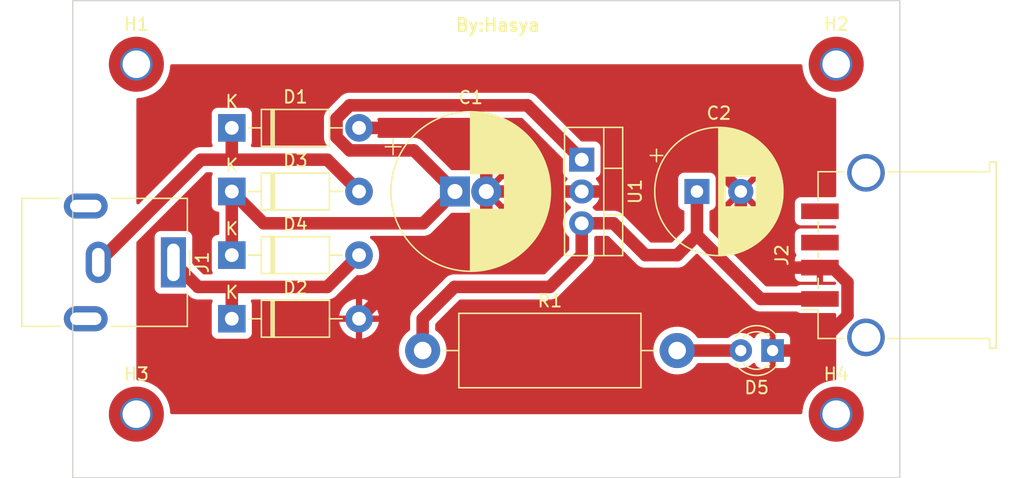
<source format=kicad_pcb>
(kicad_pcb (version 20221018) (generator pcbnew)
  (layers (0 "F.Cu" signal) (31 "B.Cu" signal) (34 "B.Paste" user) (35 "F.Paste" user) (36 "B.SilkS" user "B.Silkscreen") (37 "F.SilkS" user "F.Silkscreen") (38 "B.Mask" user) (39 "F.Mask" user) (44 "Edge.Cuts" user))
  (net 0 "")
  (net 1 "Net-(D3-K)")
  (net 2 "GND")
  (net 3 "Net-(J2-Pin_1)")
  (net 4 "Net-(D1-K)")
  (net 5 "Net-(D2-K)")
  (net 6 "Net-(D5-A)")
  (footprint "Capacitor_THT:CP_Radial_D12.5mm_P2.50mm" (layer "F.Cu") (at 134.66 71.12)
    (fp_text reference "C1" (at 1.25 -7.5) (layer "F.SilkS"))
    (fp_text value "470uF")
    (pad "1" thru_hole rect (at 0 0) (size 2.4 2.4) (drill 1.2) (layers "*.Cu" "*.Mask") (net 1 "Net-(D3-K)"))
    (pad "2" thru_hole circle (at 2.5 0) (size 2.4 2.4) (drill 1.2) (layers "*.Cu" "*.Mask") (net 2 "GND"))
  )
  (footprint "Capacitor_THT:CP_Radial_D10.0mm_P3.50mm" (layer "F.Cu") (at 153.98 71.12)
    (fp_text reference "C2" (at 1.75 -6.25) (layer "F.SilkS"))
    (fp_text value "100uF")
    (pad "1" thru_hole rect (at 0 0) (size 2 2) (drill 1) (layers "*.Cu" "*.Mask") (net 3 "Net-(J2-Pin_1)"))
    (pad "2" thru_hole circle (at 3.5 0) (size 2 2) (drill 1) (layers "*.Cu" "*.Mask") (net 2 "GND"))
  )
  (footprint "MountingHole:MountingHole_2.2mm_M2_Pad_TopOnly" (layer "F.Cu") (at 109.22 88.9)
    (fp_text reference "H3" (at 0 -3.2) (layer "F.SilkS"))
    (fp_text value "MountingHole")
    (pad "1" thru_hole circle (at 0 0) (size 2.6 2.6) (drill 2.2) (layers "*.Cu" "*.Mask"))
    (pad "1" connect circle (at 0 0) (size 4.4 4.4) (layers "F.Cu" "F.Mask"))
  )
  (footprint "Connector_USB:USB_A_TE_292303-7_Horizontal" (layer "F.Cu") (at 170.18 76.2 90)
    (fp_text reference "J2" (at 0 -9.42 90) (layer "F.SilkS"))
    (fp_text value "Conn_01x02_Socket")
    (pad "1" smd rect (at -3.5 -6.38 90) (size 1.25 3) (layers "F.Cu" "F.Paste" "F.Mask") (net 3 "Net-(J2-Pin_1)"))
    (pad "2" smd rect (at -1 -6.38 90) (size 1.25 3) (layers "F.Cu" "F.Paste" "F.Mask") (net 2 "GND"))
    (pad "3" smd rect (at 1 -6.38 90) (size 1.25 3) (layers "F.Cu" "F.Paste" "F.Mask"))
    (pad "4" smd rect (at 3.5 -6.38 90) (size 1.25 3) (layers "F.Cu" "F.Paste" "F.Mask"))
    (pad "5" thru_hole circle (at -6.57 -2.7 90) (size 3 3) (drill 2.3) (layers "*.Cu" "*.Mask"))
    (pad "5" thru_hole circle (at 6.57 -2.7 90) (size 3 3) (drill 2.3) (layers "*.Cu" "*.Mask"))
  )
  (footprint "Diode_THT:D_DO-41_SOD81_P10.16mm_Horizontal" (layer "F.Cu") (at 116.84 66.04)
    (fp_text reference "D1" (at 5.08 -2.47) (layer "F.SilkS"))
    (fp_text value "1N4007")
    (fp_text user "K" (at 0 -2.1) (layer "F.SilkS"))
    (pad "1" thru_hole rect (at 0 0) (size 2.2 2.2) (drill 1.1) (layers "*.Cu" "*.Mask") (net 4 "Net-(D1-K)"))
    (pad "2" thru_hole oval (at 10.16 0) (size 2.2 2.2) (drill 1.1) (layers "*.Cu" "*.Mask") (net 2 "GND"))
  )
  (footprint "MountingHole:MountingHole_2.2mm_M2_Pad_TopOnly" (layer "F.Cu") (at 165.1 88.9)
    (fp_text reference "H4" (at 0 -3.2) (layer "F.SilkS"))
    (fp_text value "MountingHole")
    (pad "1" thru_hole circle (at 0 0) (size 2.6 2.6) (drill 2.2) (layers "*.Cu" "*.Mask"))
    (pad "1" connect circle (at 0 0) (size 4.4 4.4) (layers "F.Cu" "F.Mask"))
  )
  (footprint "Diode_THT:D_DO-41_SOD81_P10.16mm_Horizontal" (layer "F.Cu") (at 116.84 71.12)
    (fp_text reference "D3" (at 5.08 -2.47) (layer "F.SilkS"))
    (fp_text value "1N4007")
    (fp_text user "K" (at 0 -2.1) (layer "F.SilkS"))
    (pad "1" thru_hole rect (at 0 0) (size 2.2 2.2) (drill 1.1) (layers "*.Cu" "*.Mask") (net 1 "Net-(D3-K)"))
    (pad "2" thru_hole oval (at 10.16 0) (size 2.2 2.2) (drill 1.1) (layers "*.Cu" "*.Mask") (net 4 "Net-(D1-K)"))
  )
  (footprint "MountingHole:MountingHole_2.2mm_M2_Pad_TopOnly" (layer "F.Cu") (at 109.22 60.96)
    (fp_text reference "H1" (at 0 -3.2) (layer "F.SilkS"))
    (fp_text value "MountingHole")
    (pad "1" thru_hole circle (at 0 0) (size 2.6 2.6) (drill 2.2) (layers "*.Cu" "*.Mask"))
    (pad "1" connect circle (at 0 0) (size 4.4 4.4) (layers "F.Cu" "F.Mask"))
  )
  (footprint "Diode_THT:D_DO-41_SOD81_P10.16mm_Horizontal" (layer "F.Cu") (at 116.84 76.2)
    (fp_text reference "D4" (at 5.08 -2.47) (layer "F.SilkS"))
    (fp_text value "1N4007")
    (fp_text user "K" (at 0 -2.1) (layer "F.SilkS"))
    (pad "1" thru_hole rect (at 0 0) (size 2.2 2.2) (drill 1.1) (layers "*.Cu" "*.Mask") (net 1 "Net-(D3-K)"))
    (pad "2" thru_hole oval (at 10.16 0) (size 2.2 2.2) (drill 1.1) (layers "*.Cu" "*.Mask") (net 5 "Net-(D2-K)"))
  )
  (footprint "LED_THT:LED_D3.0mm" (layer "F.Cu") (at 160.02 83.82 180)
    (fp_text reference "D5" (at 1.27 -2.96) (layer "F.SilkS"))
    (fp_text value "LED")
    (pad "1" thru_hole rect (at 0 0 180) (size 1.8 1.8) (drill 0.9) (layers "*.Cu" "*.Mask") (net 2 "GND"))
    (pad "2" thru_hole circle (at 2.54 0 180) (size 1.8 1.8) (drill 0.9) (layers "*.Cu" "*.Mask") (net 6 "Net-(D5-A)"))
  )
  (footprint "Resistor_THT:R_Axial_DIN0614_L14.3mm_D5.7mm_P20.32mm_Horizontal" (layer "F.Cu") (at 132.08 83.82)
    (fp_text reference "R1" (at 10.16 -3.97) (layer "F.SilkS"))
    (fp_text value "1K")
    (pad "1" thru_hole circle (at 0 0) (size 2.8 2.8) (drill 1.4) (layers "*.Cu" "*.Mask") (net 3 "Net-(J2-Pin_1)"))
    (pad "2" thru_hole oval (at 20.32 0) (size 2.8 2.8) (drill 1.4) (layers "*.Cu" "*.Mask") (net 6 "Net-(D5-A)"))
  )
  (footprint "Package_TO_SOT_THT:TO-220-3_Vertical" (layer "F.Cu") (at 144.78 68.58 -90)
    (fp_text reference "U1" (at 2.54 -4.27 90) (layer "F.SilkS"))
    (fp_text value "LM7805_TO220")
    (pad "1" thru_hole rect (at 0 0 270) (size 1.905 2) (drill 1.1) (layers "*.Cu" "*.Mask") (net 1 "Net-(D3-K)"))
    (pad "2" thru_hole oval (at 2.54 0 270) (size 1.905 2) (drill 1.1) (layers "*.Cu" "*.Mask") (net 2 "GND"))
    (pad "3" thru_hole oval (at 5.08 0 270) (size 1.905 2) (drill 1.1) (layers "*.Cu" "*.Mask") (net 3 "Net-(J2-Pin_1)"))
  )
  (footprint "MountingHole:MountingHole_2.2mm_M2_Pad_TopOnly" (layer "F.Cu") (at 165.1 60.96)
    (fp_text reference "H2" (at 0 -3.2) (layer "F.SilkS"))
    (fp_text value "MountingHole")
    (pad "1" thru_hole circle (at 0 0) (size 2.6 2.6) (drill 2.2) (layers "*.Cu" "*.Mask"))
    (pad "1" connect circle (at 0 0) (size 4.4 4.4) (layers "F.Cu" "F.Mask"))
  )
  (footprint "Diode_THT:D_DO-41_SOD81_P10.16mm_Horizontal" (layer "F.Cu") (at 116.84 81.28)
    (fp_text reference "D2" (at 5.08 -2.47) (layer "F.SilkS"))
    (fp_text value "1N4007")
    (fp_text user "K" (at 0 -2.1) (layer "F.SilkS"))
    (pad "1" thru_hole rect (at 0 0) (size 2.2 2.2) (drill 1.1) (layers "*.Cu" "*.Mask") (net 5 "Net-(D2-K)"))
    (pad "2" thru_hole oval (at 10.16 0) (size 2.2 2.2) (drill 1.1) (layers "*.Cu" "*.Mask") (net 2 "GND"))
  )
  (footprint "Connector_BarrelJack:BarrelJack_CUI_PJ-063AH_Horizontal" (layer "F.Cu") (at 112.18 76.78 -90)
    (fp_text reference "J1" (at 0 -2.3 90) (layer "F.SilkS"))
    (fp_text value "Conn_01x02_Socket")
    (pad "" np_thru_hole circle (at 0 9 270) (size 1.6 1.6) (drill 1.6) (layers "*.Cu" "*.Mask"))
    (pad "1" thru_hole rect (at 0 0 270) (size 4 2) (drill oval 3 1) (layers "*.Cu" "*.Mask") (net 5 "Net-(D2-K)"))
    (pad "2" thru_hole oval (at 0 6 270) (size 3.3 2) (drill oval 2.3 1) (layers "*.Cu" "*.Mask") (net 4 "Net-(D1-K)"))
    (pad "MP" thru_hole oval (at -4.5 7 270) (size 2 3.5) (drill oval 1 2.5) (layers "*.Cu" "*.Mask"))
    (pad "MP" thru_hole oval (at 4.5 7 270) (size 2 3.5) (drill oval 1 2.5) (layers "*.Cu" "*.Mask"))
  )
  (gr_line (start 170.18 55.88) (end 170.18 93.98) (stroke (width 0.1)) (layer "Edge.Cuts"))
  (gr_line (start 170.18 93.98) (end 104.14 93.98) (stroke (width 0.1)) (layer "Edge.Cuts"))
  (gr_line (start 104.14 55.88) (end 170.18 55.88) (stroke (width 0.1)) (layer "Edge.Cuts"))
  (gr_line (start 104.14 93.98) (end 104.14 55.88) (stroke (width 0.1)) (layer "Edge.Cuts"))
  (gr_text "By:Hasya" (at 134.62 58.42) (layer "F.SilkS") (effects (font (size 1 1) (thickness 0.2) bold) (justify left bottom)))
  (segment (start 131.38 67.84) (end 126.254415 67.84) (width 1) (layer "F.Cu") (net 1))
  (segment (start 132.12 73.66) (end 134.66 71.12) (width 1) (layer "F.Cu") (net 1))
  (segment (start 119.38 73.66) (end 132.12 73.66) (width 1) (layer "F.Cu") (net 1))
  (segment (start 134.66 71.12) (end 131.38 67.84) (width 1) (layer "F.Cu") (net 1))
  (segment (start 116.84 76.2) (end 116.84 71.12) (width 1) (layer "F.Cu") (net 1))
  (segment (start 126.254415 67.84) (end 125.2 66.785585) (width 1) (layer "F.Cu") (net 1))
  (segment (start 140.44 64.24) (end 144.78 68.58) (width 1) (layer "F.Cu") (net 1))
  (segment (start 116.84 71.12) (end 119.38 73.66) (width 1) (layer "F.Cu") (net 1))
  (segment (start 125.2 66.785585) (end 125.2 65.294415) (width 1) (layer "F.Cu") (net 1))
  (segment (start 126.254415 64.24) (end 140.44 64.24) (width 1) (layer "F.Cu") (net 1))
  (segment (start 125.2 65.294415) (end 126.254415 64.24) (width 1) (layer "F.Cu") (net 1))
  (segment (start 131.237056 78.74) (end 137.16 72.817056) (width 1) (layer "F.Cu") (net 2))
  (segment (start 149.86 66.04) (end 152.4 66.04) (width 1) (layer "F.Cu") (net 2))
  (segment (start 137.16 72.817056) (end 137.16 71.12) (width 1) (layer "F.Cu") (net 2))
  (segment (start 157.48 73.38) (end 157.48 71.12) (width 1) (layer "F.Cu") (net 2))
  (segment (start 160.02 83.82) (end 163.205 83.82) (width 1) (layer "F.Cu") (net 2))
  (segment (start 166 81.025) (end 166 78.375) (width 1) (layer "F.Cu") (net 2))
  (segment (start 127 81.28) (end 129.54 78.74) (width 1) (layer "F.Cu") (net 2))
  (segment (start 127 66.04) (end 133.777056 66.04) (width 1) (layer "F.Cu") (net 2))
  (segment (start 163.8 77.2) (end 161.3 77.2) (width 1) (layer "F.Cu") (net 2))
  (segment (start 133.777056 66.04) (end 137.16 69.422944) (width 1) (layer "F.Cu") (net 2))
  (segment (start 163.205 83.82) (end 166 81.025) (width 1) (layer "F.Cu") (net 2))
  (segment (start 166 78.375) (end 164.825 77.2) (width 1) (layer "F.Cu") (net 2))
  (segment (start 161.3 77.2) (end 157.48 73.38) (width 1) (layer "F.Cu") (net 2))
  (segment (start 146.685 71.12) (end 149.86 67.945) (width 1) (layer "F.Cu") (net 2))
  (segment (start 129.54 78.74) (end 131.237056 78.74) (width 1) (layer "F.Cu") (net 2))
  (segment (start 149.86 67.945) (end 149.86 66.04) (width 1) (layer "F.Cu") (net 2))
  (segment (start 152.4 66.04) (end 157.48 71.12) (width 1) (layer "F.Cu") (net 2))
  (segment (start 164.825 77.2) (end 163.8 77.2) (width 1) (layer "F.Cu") (net 2))
  (segment (start 137.16 69.422944) (end 137.16 71.12) (width 1) (layer "F.Cu") (net 2))
  (segment (start 137.16 71.12) (end 144.78 71.12) (width 1) (layer "F.Cu") (net 2))
  (segment (start 144.78 71.12) (end 146.685 71.12) (width 1) (layer "F.Cu") (net 2))
  (segment (start 152.4 76.2) (end 153.98 74.62) (width 1) (layer "F.Cu") (net 3))
  (segment (start 153.98 74.62) (end 153.98 71.12) (width 1) (layer "F.Cu") (net 3))
  (segment (start 144.78 76.2) (end 142.24 78.74) (width 1) (layer "F.Cu") (net 3))
  (segment (start 132.08 81.28) (end 132.08 83.82) (width 1) (layer "F.Cu") (net 3))
  (segment (start 149.86 76.2) (end 152.4 76.2) (width 1) (layer "F.Cu") (net 3))
  (segment (start 144.78 73.66) (end 144.78 76.2) (width 1) (layer "F.Cu") (net 3))
  (segment (start 144.78 73.66) (end 147.32 73.66) (width 1) (layer "F.Cu") (net 3))
  (segment (start 134.62 78.74) (end 132.08 81.28) (width 1) (layer "F.Cu") (net 3))
  (segment (start 142.24 78.74) (end 134.62 78.74) (width 1) (layer "F.Cu") (net 3))
  (segment (start 163.8 79.7) (end 159.06 79.7) (width 1) (layer "F.Cu") (net 3))
  (segment (start 159.06 79.7) (end 153.98 74.62) (width 1) (layer "F.Cu") (net 3))
  (segment (start 147.32 73.66) (end 149.86 76.2) (width 1) (layer "F.Cu") (net 3))
  (segment (start 114.38 68.58) (end 116.84 68.58) (width 1) (layer "F.Cu") (net 4))
  (segment (start 124.46 68.58) (end 127 71.12) (width 1) (layer "F.Cu") (net 4))
  (segment (start 106.18 76.78) (end 114.38 68.58) (width 1) (layer "F.Cu") (net 4))
  (segment (start 116.84 66.04) (end 116.84 68.58) (width 1) (layer "F.Cu") (net 4))
  (segment (start 116.84 68.58) (end 124.46 68.58) (width 1) (layer "F.Cu") (net 4))
  (segment (start 127 76.2) (end 124.46 78.74) (width 1) (layer "F.Cu") (net 5))
  (segment (start 112.18 76.78) (end 114.14 78.74) (width 1) (layer "F.Cu") (net 5))
  (segment (start 114.14 78.74) (end 116.84 78.74) (width 1) (layer "F.Cu") (net 5))
  (segment (start 124.46 78.74) (end 116.84 78.74) (width 1) (layer "F.Cu") (net 5))
  (segment (start 116.84 78.74) (end 116.84 81.28) (width 1) (layer "F.Cu") (net 5))
  (segment (start 152.4 83.82) (end 157.48 83.82) (width 1) (layer "F.Cu") (net 6))
  (zone (net 2) (net_name "GND") (layer "F.Cu") (connect_pads (clearance 0.5)) (min_thickness 0.25) (fill yes (thermal_gap 0.5) (thermal_bridge_width 0.5))
    (polygon (pts (xy 109.22 60.96) (xy 165.1 60.96) (xy 165.1 88.9) (xy 109.22 88.9)))
  )
)
</source>
